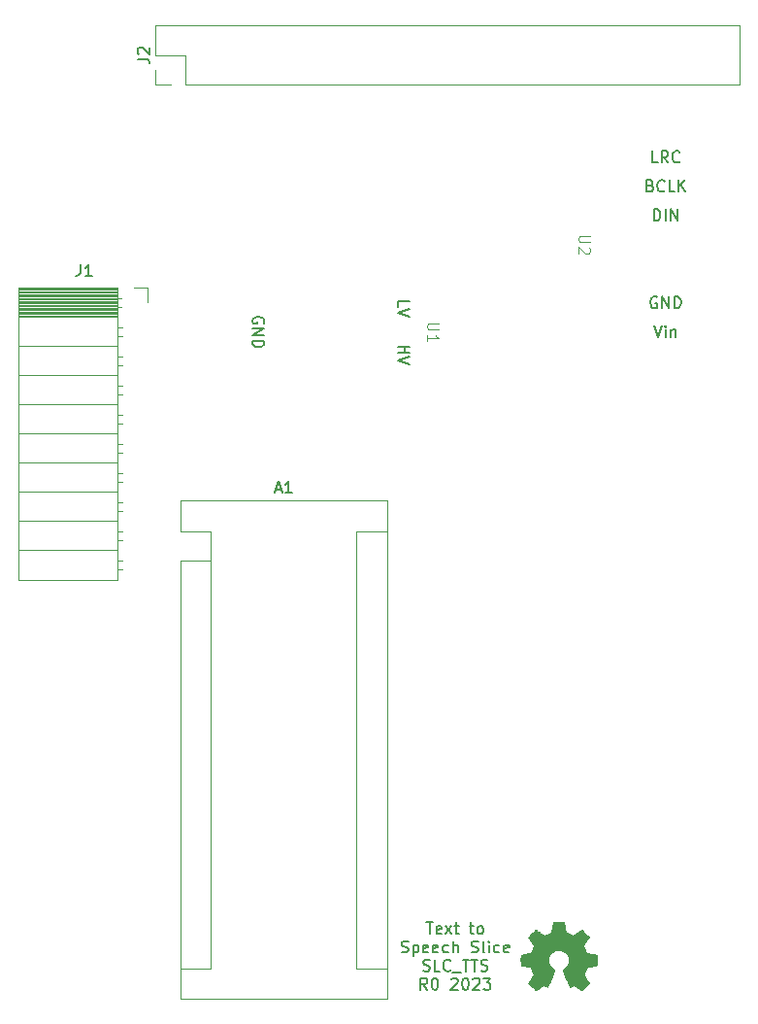
<source format=gbr>
%TF.GenerationSoftware,KiCad,Pcbnew,7.0.1*%
%TF.CreationDate,2023-03-30T15:27:08-04:00*%
%TF.ProjectId,BREAD_Slice,42524541-445f-4536-9c69-63652e6b6963,rev?*%
%TF.SameCoordinates,PX74eba40PY8552dc0*%
%TF.FileFunction,Legend,Top*%
%TF.FilePolarity,Positive*%
%FSLAX46Y46*%
G04 Gerber Fmt 4.6, Leading zero omitted, Abs format (unit mm)*
G04 Created by KiCad (PCBNEW 7.0.1) date 2023-03-30 15:27:08*
%MOMM*%
%LPD*%
G01*
G04 APERTURE LIST*
%ADD10C,0.150000*%
%ADD11C,0.100000*%
%ADD12C,0.120000*%
%ADD13C,0.010000*%
G04 APERTURE END LIST*
D10*
X52578095Y61449762D02*
X52482857Y61497381D01*
X52482857Y61497381D02*
X52340000Y61497381D01*
X52340000Y61497381D02*
X52197143Y61449762D01*
X52197143Y61449762D02*
X52101905Y61354524D01*
X52101905Y61354524D02*
X52054286Y61259286D01*
X52054286Y61259286D02*
X52006667Y61068810D01*
X52006667Y61068810D02*
X52006667Y60925953D01*
X52006667Y60925953D02*
X52054286Y60735477D01*
X52054286Y60735477D02*
X52101905Y60640239D01*
X52101905Y60640239D02*
X52197143Y60545000D01*
X52197143Y60545000D02*
X52340000Y60497381D01*
X52340000Y60497381D02*
X52435238Y60497381D01*
X52435238Y60497381D02*
X52578095Y60545000D01*
X52578095Y60545000D02*
X52625714Y60592620D01*
X52625714Y60592620D02*
X52625714Y60925953D01*
X52625714Y60925953D02*
X52435238Y60925953D01*
X53054286Y60497381D02*
X53054286Y61497381D01*
X53054286Y61497381D02*
X53625714Y60497381D01*
X53625714Y60497381D02*
X53625714Y61497381D01*
X54101905Y60497381D02*
X54101905Y61497381D01*
X54101905Y61497381D02*
X54340000Y61497381D01*
X54340000Y61497381D02*
X54482857Y61449762D01*
X54482857Y61449762D02*
X54578095Y61354524D01*
X54578095Y61354524D02*
X54625714Y61259286D01*
X54625714Y61259286D02*
X54673333Y61068810D01*
X54673333Y61068810D02*
X54673333Y60925953D01*
X54673333Y60925953D02*
X54625714Y60735477D01*
X54625714Y60735477D02*
X54578095Y60640239D01*
X54578095Y60640239D02*
X54482857Y60545000D01*
X54482857Y60545000D02*
X54340000Y60497381D01*
X54340000Y60497381D02*
X54101905Y60497381D01*
X30017380Y60634287D02*
X30017380Y61110477D01*
X30017380Y61110477D02*
X31017380Y61110477D01*
X31017380Y60443810D02*
X30017380Y60110477D01*
X30017380Y60110477D02*
X31017380Y59777144D01*
X30017380Y57158095D02*
X31017380Y57158095D01*
X30541190Y57158095D02*
X30541190Y56586667D01*
X30017380Y56586667D02*
X31017380Y56586667D01*
X31017380Y56253333D02*
X30017380Y55920000D01*
X30017380Y55920000D02*
X31017380Y55586667D01*
X52316191Y68117381D02*
X52316191Y69117381D01*
X52316191Y69117381D02*
X52554286Y69117381D01*
X52554286Y69117381D02*
X52697143Y69069762D01*
X52697143Y69069762D02*
X52792381Y68974524D01*
X52792381Y68974524D02*
X52840000Y68879286D01*
X52840000Y68879286D02*
X52887619Y68688810D01*
X52887619Y68688810D02*
X52887619Y68545953D01*
X52887619Y68545953D02*
X52840000Y68355477D01*
X52840000Y68355477D02*
X52792381Y68260239D01*
X52792381Y68260239D02*
X52697143Y68165000D01*
X52697143Y68165000D02*
X52554286Y68117381D01*
X52554286Y68117381D02*
X52316191Y68117381D01*
X53316191Y68117381D02*
X53316191Y69117381D01*
X53792381Y68117381D02*
X53792381Y69117381D01*
X53792381Y69117381D02*
X54363809Y68117381D01*
X54363809Y68117381D02*
X54363809Y69117381D01*
X52316191Y58957381D02*
X52649524Y57957381D01*
X52649524Y57957381D02*
X52982857Y58957381D01*
X53316191Y57957381D02*
X53316191Y58624048D01*
X53316191Y58957381D02*
X53268572Y58909762D01*
X53268572Y58909762D02*
X53316191Y58862143D01*
X53316191Y58862143D02*
X53363810Y58909762D01*
X53363810Y58909762D02*
X53316191Y58957381D01*
X53316191Y58957381D02*
X53316191Y58862143D01*
X53792381Y58624048D02*
X53792381Y57957381D01*
X53792381Y58528810D02*
X53840000Y58576429D01*
X53840000Y58576429D02*
X53935238Y58624048D01*
X53935238Y58624048D02*
X54078095Y58624048D01*
X54078095Y58624048D02*
X54173333Y58576429D01*
X54173333Y58576429D02*
X54220952Y58481191D01*
X54220952Y58481191D02*
X54220952Y57957381D01*
X52649523Y73197381D02*
X52173333Y73197381D01*
X52173333Y73197381D02*
X52173333Y74197381D01*
X53554285Y73197381D02*
X53220952Y73673572D01*
X52982857Y73197381D02*
X52982857Y74197381D01*
X52982857Y74197381D02*
X53363809Y74197381D01*
X53363809Y74197381D02*
X53459047Y74149762D01*
X53459047Y74149762D02*
X53506666Y74102143D01*
X53506666Y74102143D02*
X53554285Y74006905D01*
X53554285Y74006905D02*
X53554285Y73864048D01*
X53554285Y73864048D02*
X53506666Y73768810D01*
X53506666Y73768810D02*
X53459047Y73721191D01*
X53459047Y73721191D02*
X53363809Y73673572D01*
X53363809Y73673572D02*
X52982857Y73673572D01*
X54554285Y73292620D02*
X54506666Y73245000D01*
X54506666Y73245000D02*
X54363809Y73197381D01*
X54363809Y73197381D02*
X54268571Y73197381D01*
X54268571Y73197381D02*
X54125714Y73245000D01*
X54125714Y73245000D02*
X54030476Y73340239D01*
X54030476Y73340239D02*
X53982857Y73435477D01*
X53982857Y73435477D02*
X53935238Y73625953D01*
X53935238Y73625953D02*
X53935238Y73768810D01*
X53935238Y73768810D02*
X53982857Y73959286D01*
X53982857Y73959286D02*
X54030476Y74054524D01*
X54030476Y74054524D02*
X54125714Y74149762D01*
X54125714Y74149762D02*
X54268571Y74197381D01*
X54268571Y74197381D02*
X54363809Y74197381D01*
X54363809Y74197381D02*
X54506666Y74149762D01*
X54506666Y74149762D02*
X54554285Y74102143D01*
X52006666Y71181191D02*
X52149523Y71133572D01*
X52149523Y71133572D02*
X52197142Y71085953D01*
X52197142Y71085953D02*
X52244761Y70990715D01*
X52244761Y70990715D02*
X52244761Y70847858D01*
X52244761Y70847858D02*
X52197142Y70752620D01*
X52197142Y70752620D02*
X52149523Y70705000D01*
X52149523Y70705000D02*
X52054285Y70657381D01*
X52054285Y70657381D02*
X51673333Y70657381D01*
X51673333Y70657381D02*
X51673333Y71657381D01*
X51673333Y71657381D02*
X52006666Y71657381D01*
X52006666Y71657381D02*
X52101904Y71609762D01*
X52101904Y71609762D02*
X52149523Y71562143D01*
X52149523Y71562143D02*
X52197142Y71466905D01*
X52197142Y71466905D02*
X52197142Y71371667D01*
X52197142Y71371667D02*
X52149523Y71276429D01*
X52149523Y71276429D02*
X52101904Y71228810D01*
X52101904Y71228810D02*
X52006666Y71181191D01*
X52006666Y71181191D02*
X51673333Y71181191D01*
X53244761Y70752620D02*
X53197142Y70705000D01*
X53197142Y70705000D02*
X53054285Y70657381D01*
X53054285Y70657381D02*
X52959047Y70657381D01*
X52959047Y70657381D02*
X52816190Y70705000D01*
X52816190Y70705000D02*
X52720952Y70800239D01*
X52720952Y70800239D02*
X52673333Y70895477D01*
X52673333Y70895477D02*
X52625714Y71085953D01*
X52625714Y71085953D02*
X52625714Y71228810D01*
X52625714Y71228810D02*
X52673333Y71419286D01*
X52673333Y71419286D02*
X52720952Y71514524D01*
X52720952Y71514524D02*
X52816190Y71609762D01*
X52816190Y71609762D02*
X52959047Y71657381D01*
X52959047Y71657381D02*
X53054285Y71657381D01*
X53054285Y71657381D02*
X53197142Y71609762D01*
X53197142Y71609762D02*
X53244761Y71562143D01*
X54149523Y70657381D02*
X53673333Y70657381D01*
X53673333Y70657381D02*
X53673333Y71657381D01*
X54482857Y70657381D02*
X54482857Y71657381D01*
X55054285Y70657381D02*
X54625714Y71228810D01*
X55054285Y71657381D02*
X54482857Y71085953D01*
X32476189Y6967381D02*
X33047617Y6967381D01*
X32761903Y5967381D02*
X32761903Y6967381D01*
X33761903Y6015000D02*
X33666665Y5967381D01*
X33666665Y5967381D02*
X33476189Y5967381D01*
X33476189Y5967381D02*
X33380951Y6015000D01*
X33380951Y6015000D02*
X33333332Y6110239D01*
X33333332Y6110239D02*
X33333332Y6491191D01*
X33333332Y6491191D02*
X33380951Y6586429D01*
X33380951Y6586429D02*
X33476189Y6634048D01*
X33476189Y6634048D02*
X33666665Y6634048D01*
X33666665Y6634048D02*
X33761903Y6586429D01*
X33761903Y6586429D02*
X33809522Y6491191D01*
X33809522Y6491191D02*
X33809522Y6395953D01*
X33809522Y6395953D02*
X33333332Y6300715D01*
X34142856Y5967381D02*
X34666665Y6634048D01*
X34142856Y6634048D02*
X34666665Y5967381D01*
X34904761Y6634048D02*
X35285713Y6634048D01*
X35047618Y6967381D02*
X35047618Y6110239D01*
X35047618Y6110239D02*
X35095237Y6015000D01*
X35095237Y6015000D02*
X35190475Y5967381D01*
X35190475Y5967381D02*
X35285713Y5967381D01*
X36238095Y6634048D02*
X36619047Y6634048D01*
X36380952Y6967381D02*
X36380952Y6110239D01*
X36380952Y6110239D02*
X36428571Y6015000D01*
X36428571Y6015000D02*
X36523809Y5967381D01*
X36523809Y5967381D02*
X36619047Y5967381D01*
X37095238Y5967381D02*
X37000000Y6015000D01*
X37000000Y6015000D02*
X36952381Y6062620D01*
X36952381Y6062620D02*
X36904762Y6157858D01*
X36904762Y6157858D02*
X36904762Y6443572D01*
X36904762Y6443572D02*
X36952381Y6538810D01*
X36952381Y6538810D02*
X37000000Y6586429D01*
X37000000Y6586429D02*
X37095238Y6634048D01*
X37095238Y6634048D02*
X37238095Y6634048D01*
X37238095Y6634048D02*
X37333333Y6586429D01*
X37333333Y6586429D02*
X37380952Y6538810D01*
X37380952Y6538810D02*
X37428571Y6443572D01*
X37428571Y6443572D02*
X37428571Y6157858D01*
X37428571Y6157858D02*
X37380952Y6062620D01*
X37380952Y6062620D02*
X37333333Y6015000D01*
X37333333Y6015000D02*
X37238095Y5967381D01*
X37238095Y5967381D02*
X37095238Y5967381D01*
X30309522Y4395000D02*
X30452379Y4347381D01*
X30452379Y4347381D02*
X30690474Y4347381D01*
X30690474Y4347381D02*
X30785712Y4395000D01*
X30785712Y4395000D02*
X30833331Y4442620D01*
X30833331Y4442620D02*
X30880950Y4537858D01*
X30880950Y4537858D02*
X30880950Y4633096D01*
X30880950Y4633096D02*
X30833331Y4728334D01*
X30833331Y4728334D02*
X30785712Y4775953D01*
X30785712Y4775953D02*
X30690474Y4823572D01*
X30690474Y4823572D02*
X30499998Y4871191D01*
X30499998Y4871191D02*
X30404760Y4918810D01*
X30404760Y4918810D02*
X30357141Y4966429D01*
X30357141Y4966429D02*
X30309522Y5061667D01*
X30309522Y5061667D02*
X30309522Y5156905D01*
X30309522Y5156905D02*
X30357141Y5252143D01*
X30357141Y5252143D02*
X30404760Y5299762D01*
X30404760Y5299762D02*
X30499998Y5347381D01*
X30499998Y5347381D02*
X30738093Y5347381D01*
X30738093Y5347381D02*
X30880950Y5299762D01*
X31309522Y5014048D02*
X31309522Y4014048D01*
X31309522Y4966429D02*
X31404760Y5014048D01*
X31404760Y5014048D02*
X31595236Y5014048D01*
X31595236Y5014048D02*
X31690474Y4966429D01*
X31690474Y4966429D02*
X31738093Y4918810D01*
X31738093Y4918810D02*
X31785712Y4823572D01*
X31785712Y4823572D02*
X31785712Y4537858D01*
X31785712Y4537858D02*
X31738093Y4442620D01*
X31738093Y4442620D02*
X31690474Y4395000D01*
X31690474Y4395000D02*
X31595236Y4347381D01*
X31595236Y4347381D02*
X31404760Y4347381D01*
X31404760Y4347381D02*
X31309522Y4395000D01*
X32595236Y4395000D02*
X32499998Y4347381D01*
X32499998Y4347381D02*
X32309522Y4347381D01*
X32309522Y4347381D02*
X32214284Y4395000D01*
X32214284Y4395000D02*
X32166665Y4490239D01*
X32166665Y4490239D02*
X32166665Y4871191D01*
X32166665Y4871191D02*
X32214284Y4966429D01*
X32214284Y4966429D02*
X32309522Y5014048D01*
X32309522Y5014048D02*
X32499998Y5014048D01*
X32499998Y5014048D02*
X32595236Y4966429D01*
X32595236Y4966429D02*
X32642855Y4871191D01*
X32642855Y4871191D02*
X32642855Y4775953D01*
X32642855Y4775953D02*
X32166665Y4680715D01*
X33452379Y4395000D02*
X33357141Y4347381D01*
X33357141Y4347381D02*
X33166665Y4347381D01*
X33166665Y4347381D02*
X33071427Y4395000D01*
X33071427Y4395000D02*
X33023808Y4490239D01*
X33023808Y4490239D02*
X33023808Y4871191D01*
X33023808Y4871191D02*
X33071427Y4966429D01*
X33071427Y4966429D02*
X33166665Y5014048D01*
X33166665Y5014048D02*
X33357141Y5014048D01*
X33357141Y5014048D02*
X33452379Y4966429D01*
X33452379Y4966429D02*
X33499998Y4871191D01*
X33499998Y4871191D02*
X33499998Y4775953D01*
X33499998Y4775953D02*
X33023808Y4680715D01*
X34357141Y4395000D02*
X34261903Y4347381D01*
X34261903Y4347381D02*
X34071427Y4347381D01*
X34071427Y4347381D02*
X33976189Y4395000D01*
X33976189Y4395000D02*
X33928570Y4442620D01*
X33928570Y4442620D02*
X33880951Y4537858D01*
X33880951Y4537858D02*
X33880951Y4823572D01*
X33880951Y4823572D02*
X33928570Y4918810D01*
X33928570Y4918810D02*
X33976189Y4966429D01*
X33976189Y4966429D02*
X34071427Y5014048D01*
X34071427Y5014048D02*
X34261903Y5014048D01*
X34261903Y5014048D02*
X34357141Y4966429D01*
X34785713Y4347381D02*
X34785713Y5347381D01*
X35214284Y4347381D02*
X35214284Y4871191D01*
X35214284Y4871191D02*
X35166665Y4966429D01*
X35166665Y4966429D02*
X35071427Y5014048D01*
X35071427Y5014048D02*
X34928570Y5014048D01*
X34928570Y5014048D02*
X34833332Y4966429D01*
X34833332Y4966429D02*
X34785713Y4918810D01*
X36404761Y4395000D02*
X36547618Y4347381D01*
X36547618Y4347381D02*
X36785713Y4347381D01*
X36785713Y4347381D02*
X36880951Y4395000D01*
X36880951Y4395000D02*
X36928570Y4442620D01*
X36928570Y4442620D02*
X36976189Y4537858D01*
X36976189Y4537858D02*
X36976189Y4633096D01*
X36976189Y4633096D02*
X36928570Y4728334D01*
X36928570Y4728334D02*
X36880951Y4775953D01*
X36880951Y4775953D02*
X36785713Y4823572D01*
X36785713Y4823572D02*
X36595237Y4871191D01*
X36595237Y4871191D02*
X36499999Y4918810D01*
X36499999Y4918810D02*
X36452380Y4966429D01*
X36452380Y4966429D02*
X36404761Y5061667D01*
X36404761Y5061667D02*
X36404761Y5156905D01*
X36404761Y5156905D02*
X36452380Y5252143D01*
X36452380Y5252143D02*
X36499999Y5299762D01*
X36499999Y5299762D02*
X36595237Y5347381D01*
X36595237Y5347381D02*
X36833332Y5347381D01*
X36833332Y5347381D02*
X36976189Y5299762D01*
X37547618Y4347381D02*
X37452380Y4395000D01*
X37452380Y4395000D02*
X37404761Y4490239D01*
X37404761Y4490239D02*
X37404761Y5347381D01*
X37928571Y4347381D02*
X37928571Y5014048D01*
X37928571Y5347381D02*
X37880952Y5299762D01*
X37880952Y5299762D02*
X37928571Y5252143D01*
X37928571Y5252143D02*
X37976190Y5299762D01*
X37976190Y5299762D02*
X37928571Y5347381D01*
X37928571Y5347381D02*
X37928571Y5252143D01*
X38833332Y4395000D02*
X38738094Y4347381D01*
X38738094Y4347381D02*
X38547618Y4347381D01*
X38547618Y4347381D02*
X38452380Y4395000D01*
X38452380Y4395000D02*
X38404761Y4442620D01*
X38404761Y4442620D02*
X38357142Y4537858D01*
X38357142Y4537858D02*
X38357142Y4823572D01*
X38357142Y4823572D02*
X38404761Y4918810D01*
X38404761Y4918810D02*
X38452380Y4966429D01*
X38452380Y4966429D02*
X38547618Y5014048D01*
X38547618Y5014048D02*
X38738094Y5014048D01*
X38738094Y5014048D02*
X38833332Y4966429D01*
X39642856Y4395000D02*
X39547618Y4347381D01*
X39547618Y4347381D02*
X39357142Y4347381D01*
X39357142Y4347381D02*
X39261904Y4395000D01*
X39261904Y4395000D02*
X39214285Y4490239D01*
X39214285Y4490239D02*
X39214285Y4871191D01*
X39214285Y4871191D02*
X39261904Y4966429D01*
X39261904Y4966429D02*
X39357142Y5014048D01*
X39357142Y5014048D02*
X39547618Y5014048D01*
X39547618Y5014048D02*
X39642856Y4966429D01*
X39642856Y4966429D02*
X39690475Y4871191D01*
X39690475Y4871191D02*
X39690475Y4775953D01*
X39690475Y4775953D02*
X39214285Y4680715D01*
X32190475Y2775000D02*
X32333332Y2727381D01*
X32333332Y2727381D02*
X32571427Y2727381D01*
X32571427Y2727381D02*
X32666665Y2775000D01*
X32666665Y2775000D02*
X32714284Y2822620D01*
X32714284Y2822620D02*
X32761903Y2917858D01*
X32761903Y2917858D02*
X32761903Y3013096D01*
X32761903Y3013096D02*
X32714284Y3108334D01*
X32714284Y3108334D02*
X32666665Y3155953D01*
X32666665Y3155953D02*
X32571427Y3203572D01*
X32571427Y3203572D02*
X32380951Y3251191D01*
X32380951Y3251191D02*
X32285713Y3298810D01*
X32285713Y3298810D02*
X32238094Y3346429D01*
X32238094Y3346429D02*
X32190475Y3441667D01*
X32190475Y3441667D02*
X32190475Y3536905D01*
X32190475Y3536905D02*
X32238094Y3632143D01*
X32238094Y3632143D02*
X32285713Y3679762D01*
X32285713Y3679762D02*
X32380951Y3727381D01*
X32380951Y3727381D02*
X32619046Y3727381D01*
X32619046Y3727381D02*
X32761903Y3679762D01*
X33666665Y2727381D02*
X33190475Y2727381D01*
X33190475Y2727381D02*
X33190475Y3727381D01*
X34571427Y2822620D02*
X34523808Y2775000D01*
X34523808Y2775000D02*
X34380951Y2727381D01*
X34380951Y2727381D02*
X34285713Y2727381D01*
X34285713Y2727381D02*
X34142856Y2775000D01*
X34142856Y2775000D02*
X34047618Y2870239D01*
X34047618Y2870239D02*
X33999999Y2965477D01*
X33999999Y2965477D02*
X33952380Y3155953D01*
X33952380Y3155953D02*
X33952380Y3298810D01*
X33952380Y3298810D02*
X33999999Y3489286D01*
X33999999Y3489286D02*
X34047618Y3584524D01*
X34047618Y3584524D02*
X34142856Y3679762D01*
X34142856Y3679762D02*
X34285713Y3727381D01*
X34285713Y3727381D02*
X34380951Y3727381D01*
X34380951Y3727381D02*
X34523808Y3679762D01*
X34523808Y3679762D02*
X34571427Y3632143D01*
X34761904Y2632143D02*
X35523808Y2632143D01*
X35619047Y3727381D02*
X36190475Y3727381D01*
X35904761Y2727381D02*
X35904761Y3727381D01*
X36380952Y3727381D02*
X36952380Y3727381D01*
X36666666Y2727381D02*
X36666666Y3727381D01*
X37238095Y2775000D02*
X37380952Y2727381D01*
X37380952Y2727381D02*
X37619047Y2727381D01*
X37619047Y2727381D02*
X37714285Y2775000D01*
X37714285Y2775000D02*
X37761904Y2822620D01*
X37761904Y2822620D02*
X37809523Y2917858D01*
X37809523Y2917858D02*
X37809523Y3013096D01*
X37809523Y3013096D02*
X37761904Y3108334D01*
X37761904Y3108334D02*
X37714285Y3155953D01*
X37714285Y3155953D02*
X37619047Y3203572D01*
X37619047Y3203572D02*
X37428571Y3251191D01*
X37428571Y3251191D02*
X37333333Y3298810D01*
X37333333Y3298810D02*
X37285714Y3346429D01*
X37285714Y3346429D02*
X37238095Y3441667D01*
X37238095Y3441667D02*
X37238095Y3536905D01*
X37238095Y3536905D02*
X37285714Y3632143D01*
X37285714Y3632143D02*
X37333333Y3679762D01*
X37333333Y3679762D02*
X37428571Y3727381D01*
X37428571Y3727381D02*
X37666666Y3727381D01*
X37666666Y3727381D02*
X37809523Y3679762D01*
X32547617Y1107381D02*
X32214284Y1583572D01*
X31976189Y1107381D02*
X31976189Y2107381D01*
X31976189Y2107381D02*
X32357141Y2107381D01*
X32357141Y2107381D02*
X32452379Y2059762D01*
X32452379Y2059762D02*
X32499998Y2012143D01*
X32499998Y2012143D02*
X32547617Y1916905D01*
X32547617Y1916905D02*
X32547617Y1774048D01*
X32547617Y1774048D02*
X32499998Y1678810D01*
X32499998Y1678810D02*
X32452379Y1631191D01*
X32452379Y1631191D02*
X32357141Y1583572D01*
X32357141Y1583572D02*
X31976189Y1583572D01*
X33166665Y2107381D02*
X33261903Y2107381D01*
X33261903Y2107381D02*
X33357141Y2059762D01*
X33357141Y2059762D02*
X33404760Y2012143D01*
X33404760Y2012143D02*
X33452379Y1916905D01*
X33452379Y1916905D02*
X33499998Y1726429D01*
X33499998Y1726429D02*
X33499998Y1488334D01*
X33499998Y1488334D02*
X33452379Y1297858D01*
X33452379Y1297858D02*
X33404760Y1202620D01*
X33404760Y1202620D02*
X33357141Y1155000D01*
X33357141Y1155000D02*
X33261903Y1107381D01*
X33261903Y1107381D02*
X33166665Y1107381D01*
X33166665Y1107381D02*
X33071427Y1155000D01*
X33071427Y1155000D02*
X33023808Y1202620D01*
X33023808Y1202620D02*
X32976189Y1297858D01*
X32976189Y1297858D02*
X32928570Y1488334D01*
X32928570Y1488334D02*
X32928570Y1726429D01*
X32928570Y1726429D02*
X32976189Y1916905D01*
X32976189Y1916905D02*
X33023808Y2012143D01*
X33023808Y2012143D02*
X33071427Y2059762D01*
X33071427Y2059762D02*
X33166665Y2107381D01*
X34642856Y2012143D02*
X34690475Y2059762D01*
X34690475Y2059762D02*
X34785713Y2107381D01*
X34785713Y2107381D02*
X35023808Y2107381D01*
X35023808Y2107381D02*
X35119046Y2059762D01*
X35119046Y2059762D02*
X35166665Y2012143D01*
X35166665Y2012143D02*
X35214284Y1916905D01*
X35214284Y1916905D02*
X35214284Y1821667D01*
X35214284Y1821667D02*
X35166665Y1678810D01*
X35166665Y1678810D02*
X34595237Y1107381D01*
X34595237Y1107381D02*
X35214284Y1107381D01*
X35833332Y2107381D02*
X35928570Y2107381D01*
X35928570Y2107381D02*
X36023808Y2059762D01*
X36023808Y2059762D02*
X36071427Y2012143D01*
X36071427Y2012143D02*
X36119046Y1916905D01*
X36119046Y1916905D02*
X36166665Y1726429D01*
X36166665Y1726429D02*
X36166665Y1488334D01*
X36166665Y1488334D02*
X36119046Y1297858D01*
X36119046Y1297858D02*
X36071427Y1202620D01*
X36071427Y1202620D02*
X36023808Y1155000D01*
X36023808Y1155000D02*
X35928570Y1107381D01*
X35928570Y1107381D02*
X35833332Y1107381D01*
X35833332Y1107381D02*
X35738094Y1155000D01*
X35738094Y1155000D02*
X35690475Y1202620D01*
X35690475Y1202620D02*
X35642856Y1297858D01*
X35642856Y1297858D02*
X35595237Y1488334D01*
X35595237Y1488334D02*
X35595237Y1726429D01*
X35595237Y1726429D02*
X35642856Y1916905D01*
X35642856Y1916905D02*
X35690475Y2012143D01*
X35690475Y2012143D02*
X35738094Y2059762D01*
X35738094Y2059762D02*
X35833332Y2107381D01*
X36547618Y2012143D02*
X36595237Y2059762D01*
X36595237Y2059762D02*
X36690475Y2107381D01*
X36690475Y2107381D02*
X36928570Y2107381D01*
X36928570Y2107381D02*
X37023808Y2059762D01*
X37023808Y2059762D02*
X37071427Y2012143D01*
X37071427Y2012143D02*
X37119046Y1916905D01*
X37119046Y1916905D02*
X37119046Y1821667D01*
X37119046Y1821667D02*
X37071427Y1678810D01*
X37071427Y1678810D02*
X36499999Y1107381D01*
X36499999Y1107381D02*
X37119046Y1107381D01*
X37452380Y2107381D02*
X38071427Y2107381D01*
X38071427Y2107381D02*
X37738094Y1726429D01*
X37738094Y1726429D02*
X37880951Y1726429D01*
X37880951Y1726429D02*
X37976189Y1678810D01*
X37976189Y1678810D02*
X38023808Y1631191D01*
X38023808Y1631191D02*
X38071427Y1535953D01*
X38071427Y1535953D02*
X38071427Y1297858D01*
X38071427Y1297858D02*
X38023808Y1202620D01*
X38023808Y1202620D02*
X37976189Y1155000D01*
X37976189Y1155000D02*
X37880951Y1107381D01*
X37880951Y1107381D02*
X37595237Y1107381D01*
X37595237Y1107381D02*
X37499999Y1155000D01*
X37499999Y1155000D02*
X37452380Y1202620D01*
X18269761Y59181905D02*
X18317380Y59277143D01*
X18317380Y59277143D02*
X18317380Y59420000D01*
X18317380Y59420000D02*
X18269761Y59562857D01*
X18269761Y59562857D02*
X18174523Y59658095D01*
X18174523Y59658095D02*
X18079285Y59705714D01*
X18079285Y59705714D02*
X17888809Y59753333D01*
X17888809Y59753333D02*
X17745952Y59753333D01*
X17745952Y59753333D02*
X17555476Y59705714D01*
X17555476Y59705714D02*
X17460238Y59658095D01*
X17460238Y59658095D02*
X17365000Y59562857D01*
X17365000Y59562857D02*
X17317380Y59420000D01*
X17317380Y59420000D02*
X17317380Y59324762D01*
X17317380Y59324762D02*
X17365000Y59181905D01*
X17365000Y59181905D02*
X17412619Y59134286D01*
X17412619Y59134286D02*
X17745952Y59134286D01*
X17745952Y59134286D02*
X17745952Y59324762D01*
X17317380Y58705714D02*
X18317380Y58705714D01*
X18317380Y58705714D02*
X17317380Y58134286D01*
X17317380Y58134286D02*
X18317380Y58134286D01*
X17317380Y57658095D02*
X18317380Y57658095D01*
X18317380Y57658095D02*
X18317380Y57420000D01*
X18317380Y57420000D02*
X18269761Y57277143D01*
X18269761Y57277143D02*
X18174523Y57181905D01*
X18174523Y57181905D02*
X18079285Y57134286D01*
X18079285Y57134286D02*
X17888809Y57086667D01*
X17888809Y57086667D02*
X17745952Y57086667D01*
X17745952Y57086667D02*
X17555476Y57134286D01*
X17555476Y57134286D02*
X17460238Y57181905D01*
X17460238Y57181905D02*
X17365000Y57277143D01*
X17365000Y57277143D02*
X17317380Y57420000D01*
X17317380Y57420000D02*
X17317380Y57658095D01*
%TO.C,A1*%
X19305714Y44703096D02*
X19781904Y44703096D01*
X19210476Y44417381D02*
X19543809Y45417381D01*
X19543809Y45417381D02*
X19877142Y44417381D01*
X20734285Y44417381D02*
X20162857Y44417381D01*
X20448571Y44417381D02*
X20448571Y45417381D01*
X20448571Y45417381D02*
X20353333Y45274524D01*
X20353333Y45274524D02*
X20258095Y45179286D01*
X20258095Y45179286D02*
X20162857Y45131667D01*
%TO.C,J1*%
X2286666Y64307381D02*
X2286666Y63593096D01*
X2286666Y63593096D02*
X2239047Y63450239D01*
X2239047Y63450239D02*
X2143809Y63355000D01*
X2143809Y63355000D02*
X2000952Y63307381D01*
X2000952Y63307381D02*
X1905714Y63307381D01*
X3286666Y63307381D02*
X2715238Y63307381D01*
X3000952Y63307381D02*
X3000952Y64307381D01*
X3000952Y64307381D02*
X2905714Y64164524D01*
X2905714Y64164524D02*
X2810476Y64069286D01*
X2810476Y64069286D02*
X2715238Y64021667D01*
D11*
%TO.C,U1*%
X33557380Y59181905D02*
X32747857Y59181905D01*
X32747857Y59181905D02*
X32652619Y59134286D01*
X32652619Y59134286D02*
X32605000Y59086667D01*
X32605000Y59086667D02*
X32557380Y58991429D01*
X32557380Y58991429D02*
X32557380Y58800953D01*
X32557380Y58800953D02*
X32605000Y58705715D01*
X32605000Y58705715D02*
X32652619Y58658096D01*
X32652619Y58658096D02*
X32747857Y58610477D01*
X32747857Y58610477D02*
X33557380Y58610477D01*
X32557380Y57610477D02*
X32557380Y58181905D01*
X32557380Y57896191D02*
X33557380Y57896191D01*
X33557380Y57896191D02*
X33414523Y57991429D01*
X33414523Y57991429D02*
X33319285Y58086667D01*
X33319285Y58086667D02*
X33271666Y58181905D01*
%TO.C,U2*%
X46757380Y66801905D02*
X45947857Y66801905D01*
X45947857Y66801905D02*
X45852619Y66754286D01*
X45852619Y66754286D02*
X45805000Y66706667D01*
X45805000Y66706667D02*
X45757380Y66611429D01*
X45757380Y66611429D02*
X45757380Y66420953D01*
X45757380Y66420953D02*
X45805000Y66325715D01*
X45805000Y66325715D02*
X45852619Y66278096D01*
X45852619Y66278096D02*
X45947857Y66230477D01*
X45947857Y66230477D02*
X46757380Y66230477D01*
X46662142Y65801905D02*
X46709761Y65754286D01*
X46709761Y65754286D02*
X46757380Y65659048D01*
X46757380Y65659048D02*
X46757380Y65420953D01*
X46757380Y65420953D02*
X46709761Y65325715D01*
X46709761Y65325715D02*
X46662142Y65278096D01*
X46662142Y65278096D02*
X46566904Y65230477D01*
X46566904Y65230477D02*
X46471666Y65230477D01*
X46471666Y65230477D02*
X46328809Y65278096D01*
X46328809Y65278096D02*
X45757380Y65849524D01*
X45757380Y65849524D02*
X45757380Y65230477D01*
D10*
%TO.C,J2*%
X7292619Y82216667D02*
X8006904Y82216667D01*
X8006904Y82216667D02*
X8149761Y82169048D01*
X8149761Y82169048D02*
X8245000Y82073810D01*
X8245000Y82073810D02*
X8292619Y81930953D01*
X8292619Y81930953D02*
X8292619Y81835715D01*
X7387857Y82645239D02*
X7340238Y82692858D01*
X7340238Y82692858D02*
X7292619Y82788096D01*
X7292619Y82788096D02*
X7292619Y83026191D01*
X7292619Y83026191D02*
X7340238Y83121429D01*
X7340238Y83121429D02*
X7387857Y83169048D01*
X7387857Y83169048D02*
X7483095Y83216667D01*
X7483095Y83216667D02*
X7578333Y83216667D01*
X7578333Y83216667D02*
X7721190Y83169048D01*
X7721190Y83169048D02*
X8292619Y82597620D01*
X8292619Y82597620D02*
X8292619Y83216667D01*
D12*
%TO.C,A1*%
X11000000Y43740000D02*
X11000000Y41070000D01*
X11000000Y38530000D02*
X11000000Y300000D01*
X11000000Y300000D02*
X29040000Y300000D01*
X13670000Y41070000D02*
X11000000Y41070000D01*
X13670000Y38530000D02*
X11000000Y38530000D01*
X13670000Y38530000D02*
X13670000Y41070000D01*
X13670000Y38530000D02*
X13670000Y2970000D01*
X13670000Y2970000D02*
X11000000Y2970000D01*
X26370000Y41070000D02*
X26370000Y2970000D01*
X26370000Y41070000D02*
X29040000Y41070000D01*
X26370000Y2970000D02*
X29040000Y2970000D01*
X29040000Y43740000D02*
X11000000Y43740000D01*
X29040000Y300000D02*
X29040000Y43740000D01*
%TO.C,J1*%
X-3090000Y62330000D02*
X-3090000Y36810000D01*
X-3090000Y62330000D02*
X5540000Y62330000D01*
X-3090000Y62210000D02*
X5540000Y62210000D01*
X-3090000Y62091905D02*
X5540000Y62091905D01*
X-3090000Y61973810D02*
X5540000Y61973810D01*
X-3090000Y61855715D02*
X5540000Y61855715D01*
X-3090000Y61737620D02*
X5540000Y61737620D01*
X-3090000Y61619525D02*
X5540000Y61619525D01*
X-3090000Y61501430D02*
X5540000Y61501430D01*
X-3090000Y61383335D02*
X5540000Y61383335D01*
X-3090000Y61265240D02*
X5540000Y61265240D01*
X-3090000Y61147145D02*
X5540000Y61147145D01*
X-3090000Y61029050D02*
X5540000Y61029050D01*
X-3090000Y60910955D02*
X5540000Y60910955D01*
X-3090000Y60792860D02*
X5540000Y60792860D01*
X-3090000Y60674765D02*
X5540000Y60674765D01*
X-3090000Y60556670D02*
X5540000Y60556670D01*
X-3090000Y60438575D02*
X5540000Y60438575D01*
X-3090000Y60320480D02*
X5540000Y60320480D01*
X-3090000Y60202385D02*
X5540000Y60202385D01*
X-3090000Y60084290D02*
X5540000Y60084290D01*
X-3090000Y59966195D02*
X5540000Y59966195D01*
X-3090000Y59848100D02*
X5540000Y59848100D01*
X-3090000Y59730000D02*
X5540000Y59730000D01*
X-3090000Y57190000D02*
X5540000Y57190000D01*
X-3090000Y54650000D02*
X5540000Y54650000D01*
X-3090000Y52110000D02*
X5540000Y52110000D01*
X-3090000Y49570000D02*
X5540000Y49570000D01*
X-3090000Y47030000D02*
X5540000Y47030000D01*
X-3090000Y44490000D02*
X5540000Y44490000D01*
X-3090000Y41950000D02*
X5540000Y41950000D01*
X-3090000Y39410000D02*
X5540000Y39410000D01*
X-3090000Y36810000D02*
X5540000Y36810000D01*
X5540000Y62330000D02*
X5540000Y36810000D01*
X5540000Y61360000D02*
X5890000Y61360000D01*
X5540000Y60640000D02*
X5890000Y60640000D01*
X5540000Y58820000D02*
X5950000Y58820000D01*
X5540000Y58100000D02*
X5950000Y58100000D01*
X5540000Y56280000D02*
X5950000Y56280000D01*
X5540000Y55560000D02*
X5950000Y55560000D01*
X5540000Y53740000D02*
X5950000Y53740000D01*
X5540000Y53020000D02*
X5950000Y53020000D01*
X5540000Y51200000D02*
X5950000Y51200000D01*
X5540000Y50480000D02*
X5950000Y50480000D01*
X5540000Y48660000D02*
X5950000Y48660000D01*
X5540000Y47940000D02*
X5950000Y47940000D01*
X5540000Y46120000D02*
X5950000Y46120000D01*
X5540000Y45400000D02*
X5950000Y45400000D01*
X5540000Y43580000D02*
X5950000Y43580000D01*
X5540000Y42860000D02*
X5950000Y42860000D01*
X5540000Y41040000D02*
X5950000Y41040000D01*
X5540000Y40320000D02*
X5950000Y40320000D01*
X5540000Y38500000D02*
X5950000Y38500000D01*
X5540000Y37780000D02*
X5950000Y37780000D01*
X7000000Y62330000D02*
X8110000Y62330000D01*
X8110000Y62330000D02*
X8110000Y61000000D01*
%TO.C,Logo1*%
D13*
X44555814Y6531069D02*
X44639635Y6086445D01*
X44948920Y5958947D01*
X45258206Y5831449D01*
X45629246Y6083754D01*
X45733157Y6154004D01*
X45827087Y6216728D01*
X45906652Y6269062D01*
X45967470Y6308143D01*
X46005157Y6331107D01*
X46015421Y6336058D01*
X46033910Y6323324D01*
X46073420Y6288118D01*
X46129522Y6234938D01*
X46197787Y6168282D01*
X46273786Y6092646D01*
X46353092Y6012528D01*
X46431275Y5932426D01*
X46503907Y5856836D01*
X46566559Y5790255D01*
X46614803Y5737182D01*
X46644210Y5702113D01*
X46651241Y5690377D01*
X46641123Y5668740D01*
X46612759Y5621338D01*
X46569129Y5552807D01*
X46513218Y5467785D01*
X46448006Y5370907D01*
X46410219Y5315650D01*
X46341343Y5214752D01*
X46280140Y5123701D01*
X46229578Y5047030D01*
X46192628Y4989272D01*
X46172258Y4954957D01*
X46169197Y4947746D01*
X46176136Y4927252D01*
X46195051Y4879487D01*
X46223087Y4811168D01*
X46257391Y4729011D01*
X46295109Y4639730D01*
X46333387Y4550042D01*
X46369370Y4466662D01*
X46400206Y4396306D01*
X46423039Y4345690D01*
X46435017Y4321529D01*
X46435724Y4320578D01*
X46454531Y4315964D01*
X46504618Y4305672D01*
X46580793Y4290713D01*
X46677865Y4272099D01*
X46790643Y4250841D01*
X46856442Y4238582D01*
X46976950Y4215638D01*
X47085797Y4193805D01*
X47177476Y4174278D01*
X47246481Y4158252D01*
X47287304Y4146921D01*
X47295511Y4143326D01*
X47303548Y4118994D01*
X47310033Y4064041D01*
X47314970Y3984892D01*
X47318364Y3887974D01*
X47320218Y3779713D01*
X47320538Y3666535D01*
X47319327Y3554865D01*
X47316590Y3451132D01*
X47312331Y3361759D01*
X47306555Y3293174D01*
X47299267Y3251803D01*
X47294895Y3243190D01*
X47268764Y3232867D01*
X47213393Y3218108D01*
X47136107Y3200648D01*
X47044230Y3182220D01*
X47012158Y3176259D01*
X46857524Y3147934D01*
X46735375Y3125124D01*
X46641673Y3106920D01*
X46572384Y3092417D01*
X46523471Y3080708D01*
X46490897Y3070885D01*
X46470628Y3062044D01*
X46458626Y3053276D01*
X46456947Y3051543D01*
X46440184Y3023629D01*
X46414614Y2969305D01*
X46382788Y2895223D01*
X46347260Y2808035D01*
X46310583Y2714392D01*
X46275311Y2620948D01*
X46243996Y2534353D01*
X46219193Y2461260D01*
X46203454Y2408322D01*
X46199332Y2382189D01*
X46199676Y2381274D01*
X46213641Y2359914D01*
X46245322Y2312916D01*
X46291391Y2245173D01*
X46348518Y2161577D01*
X46413373Y2067018D01*
X46431843Y2040146D01*
X46497699Y1942725D01*
X46555650Y1853837D01*
X46602538Y1778588D01*
X46635207Y1722080D01*
X46650500Y1689419D01*
X46651241Y1685407D01*
X46638392Y1664316D01*
X46602888Y1622536D01*
X46549293Y1564555D01*
X46482171Y1494865D01*
X46406087Y1417955D01*
X46325604Y1338317D01*
X46245287Y1260439D01*
X46169699Y1188814D01*
X46103405Y1127930D01*
X46050969Y1082279D01*
X46016955Y1056350D01*
X46007545Y1052117D01*
X45985643Y1062088D01*
X45940800Y1088980D01*
X45880321Y1128264D01*
X45833789Y1159883D01*
X45749475Y1217902D01*
X45649626Y1286216D01*
X45549473Y1354421D01*
X45495627Y1390925D01*
X45313371Y1514200D01*
X45160381Y1431480D01*
X45090682Y1395241D01*
X45031414Y1367074D01*
X44991311Y1351009D01*
X44981103Y1348774D01*
X44968829Y1365278D01*
X44944613Y1411918D01*
X44910263Y1484391D01*
X44867588Y1578394D01*
X44818394Y1689626D01*
X44764490Y1813785D01*
X44707684Y1946568D01*
X44649782Y2083673D01*
X44592593Y2220798D01*
X44537924Y2353642D01*
X44487584Y2477902D01*
X44443380Y2589275D01*
X44407119Y2683461D01*
X44380609Y2756156D01*
X44365658Y2803059D01*
X44363254Y2819167D01*
X44382311Y2839714D01*
X44424036Y2873067D01*
X44479706Y2912298D01*
X44484378Y2915401D01*
X44628264Y3030577D01*
X44744283Y3164947D01*
X44831430Y3314216D01*
X44888699Y3474087D01*
X44915086Y3640263D01*
X44909585Y3808448D01*
X44871190Y3974345D01*
X44798895Y4133658D01*
X44777626Y4168513D01*
X44666996Y4309263D01*
X44536302Y4422286D01*
X44390064Y4506997D01*
X44232808Y4562806D01*
X44069057Y4589126D01*
X43903333Y4585370D01*
X43740162Y4550950D01*
X43584065Y4485277D01*
X43439567Y4387765D01*
X43394869Y4348187D01*
X43281112Y4224297D01*
X43198218Y4093876D01*
X43141356Y3947685D01*
X43109687Y3802912D01*
X43101869Y3640140D01*
X43127938Y3476560D01*
X43185245Y3317702D01*
X43271144Y3169094D01*
X43382986Y3036265D01*
X43518123Y2924744D01*
X43535883Y2912989D01*
X43592150Y2874492D01*
X43634923Y2841137D01*
X43655372Y2819840D01*
X43655669Y2819167D01*
X43651279Y2796129D01*
X43633876Y2743843D01*
X43605268Y2666610D01*
X43567265Y2568732D01*
X43521674Y2454509D01*
X43470303Y2328242D01*
X43414962Y2194233D01*
X43357458Y2056782D01*
X43299601Y1920192D01*
X43243198Y1788763D01*
X43190058Y1666795D01*
X43141990Y1558591D01*
X43100801Y1468451D01*
X43068301Y1400677D01*
X43046297Y1359570D01*
X43037436Y1348774D01*
X43010360Y1357181D01*
X42959697Y1379728D01*
X42894183Y1412387D01*
X42858159Y1431480D01*
X42705168Y1514200D01*
X42522912Y1390925D01*
X42429875Y1327772D01*
X42328015Y1258273D01*
X42232562Y1192835D01*
X42184750Y1159883D01*
X42117505Y1114727D01*
X42060564Y1078943D01*
X42021354Y1057062D01*
X42008619Y1052437D01*
X41990083Y1064915D01*
X41949059Y1099748D01*
X41889525Y1153322D01*
X41815458Y1222017D01*
X41730835Y1302219D01*
X41677315Y1353714D01*
X41583681Y1445714D01*
X41502759Y1528001D01*
X41437823Y1597055D01*
X41392142Y1649356D01*
X41368989Y1681384D01*
X41366768Y1687884D01*
X41377076Y1712606D01*
X41405561Y1762595D01*
X41449063Y1832788D01*
X41504423Y1918125D01*
X41568480Y2013544D01*
X41586697Y2040146D01*
X41653073Y2136833D01*
X41712622Y2223883D01*
X41762016Y2296405D01*
X41797925Y2349507D01*
X41817019Y2378297D01*
X41818864Y2381274D01*
X41816105Y2404218D01*
X41801462Y2454664D01*
X41777487Y2525959D01*
X41746734Y2611453D01*
X41711756Y2704493D01*
X41675107Y2798426D01*
X41639339Y2886601D01*
X41607006Y2962366D01*
X41580662Y3019069D01*
X41562858Y3050057D01*
X41561593Y3051543D01*
X41550706Y3060399D01*
X41532318Y3069157D01*
X41502394Y3078723D01*
X41456897Y3090004D01*
X41391791Y3103907D01*
X41303039Y3121337D01*
X41186607Y3143202D01*
X41038458Y3170409D01*
X41006382Y3176259D01*
X40911314Y3194626D01*
X40828435Y3212595D01*
X40765070Y3228431D01*
X40728542Y3240400D01*
X40723644Y3243190D01*
X40715573Y3267928D01*
X40709013Y3323210D01*
X40703967Y3402611D01*
X40700441Y3499704D01*
X40698439Y3608062D01*
X40697964Y3721260D01*
X40699023Y3832872D01*
X40701618Y3936471D01*
X40705754Y4025632D01*
X40711437Y4093928D01*
X40718669Y4134934D01*
X40723029Y4143326D01*
X40747302Y4151792D01*
X40802574Y4165565D01*
X40883338Y4183450D01*
X40984088Y4204252D01*
X41099317Y4226777D01*
X41162098Y4238582D01*
X41281213Y4260849D01*
X41387435Y4281021D01*
X41475573Y4298085D01*
X41540434Y4311031D01*
X41576826Y4318845D01*
X41582816Y4320578D01*
X41592939Y4340110D01*
X41614338Y4387157D01*
X41644161Y4454997D01*
X41679555Y4536909D01*
X41717668Y4626172D01*
X41755647Y4716065D01*
X41790640Y4799865D01*
X41819794Y4870853D01*
X41840257Y4922306D01*
X41849177Y4947503D01*
X41849343Y4948604D01*
X41839231Y4968481D01*
X41810883Y5014223D01*
X41767277Y5081283D01*
X41711394Y5165116D01*
X41646213Y5261174D01*
X41608321Y5316350D01*
X41539275Y5417519D01*
X41477950Y5509370D01*
X41427337Y5587256D01*
X41390429Y5646531D01*
X41370218Y5682549D01*
X41367299Y5690623D01*
X41379847Y5709416D01*
X41414537Y5749543D01*
X41466937Y5806507D01*
X41532616Y5875815D01*
X41607144Y5952969D01*
X41686087Y6033475D01*
X41765017Y6112837D01*
X41839500Y6186560D01*
X41905106Y6250148D01*
X41957404Y6299106D01*
X41991961Y6328939D01*
X42003522Y6336058D01*
X42022346Y6326047D01*
X42067369Y6297922D01*
X42134213Y6254546D01*
X42218501Y6198782D01*
X42315856Y6133494D01*
X42389293Y6083754D01*
X42760333Y5831449D01*
X43378905Y6086445D01*
X43462725Y6531069D01*
X43546546Y6975693D01*
X44471994Y6975693D01*
X44555814Y6531069D01*
G36*
X44555814Y6531069D02*
G01*
X44639635Y6086445D01*
X44948920Y5958947D01*
X45258206Y5831449D01*
X45629246Y6083754D01*
X45733157Y6154004D01*
X45827087Y6216728D01*
X45906652Y6269062D01*
X45967470Y6308143D01*
X46005157Y6331107D01*
X46015421Y6336058D01*
X46033910Y6323324D01*
X46073420Y6288118D01*
X46129522Y6234938D01*
X46197787Y6168282D01*
X46273786Y6092646D01*
X46353092Y6012528D01*
X46431275Y5932426D01*
X46503907Y5856836D01*
X46566559Y5790255D01*
X46614803Y5737182D01*
X46644210Y5702113D01*
X46651241Y5690377D01*
X46641123Y5668740D01*
X46612759Y5621338D01*
X46569129Y5552807D01*
X46513218Y5467785D01*
X46448006Y5370907D01*
X46410219Y5315650D01*
X46341343Y5214752D01*
X46280140Y5123701D01*
X46229578Y5047030D01*
X46192628Y4989272D01*
X46172258Y4954957D01*
X46169197Y4947746D01*
X46176136Y4927252D01*
X46195051Y4879487D01*
X46223087Y4811168D01*
X46257391Y4729011D01*
X46295109Y4639730D01*
X46333387Y4550042D01*
X46369370Y4466662D01*
X46400206Y4396306D01*
X46423039Y4345690D01*
X46435017Y4321529D01*
X46435724Y4320578D01*
X46454531Y4315964D01*
X46504618Y4305672D01*
X46580793Y4290713D01*
X46677865Y4272099D01*
X46790643Y4250841D01*
X46856442Y4238582D01*
X46976950Y4215638D01*
X47085797Y4193805D01*
X47177476Y4174278D01*
X47246481Y4158252D01*
X47287304Y4146921D01*
X47295511Y4143326D01*
X47303548Y4118994D01*
X47310033Y4064041D01*
X47314970Y3984892D01*
X47318364Y3887974D01*
X47320218Y3779713D01*
X47320538Y3666535D01*
X47319327Y3554865D01*
X47316590Y3451132D01*
X47312331Y3361759D01*
X47306555Y3293174D01*
X47299267Y3251803D01*
X47294895Y3243190D01*
X47268764Y3232867D01*
X47213393Y3218108D01*
X47136107Y3200648D01*
X47044230Y3182220D01*
X47012158Y3176259D01*
X46857524Y3147934D01*
X46735375Y3125124D01*
X46641673Y3106920D01*
X46572384Y3092417D01*
X46523471Y3080708D01*
X46490897Y3070885D01*
X46470628Y3062044D01*
X46458626Y3053276D01*
X46456947Y3051543D01*
X46440184Y3023629D01*
X46414614Y2969305D01*
X46382788Y2895223D01*
X46347260Y2808035D01*
X46310583Y2714392D01*
X46275311Y2620948D01*
X46243996Y2534353D01*
X46219193Y2461260D01*
X46203454Y2408322D01*
X46199332Y2382189D01*
X46199676Y2381274D01*
X46213641Y2359914D01*
X46245322Y2312916D01*
X46291391Y2245173D01*
X46348518Y2161577D01*
X46413373Y2067018D01*
X46431843Y2040146D01*
X46497699Y1942725D01*
X46555650Y1853837D01*
X46602538Y1778588D01*
X46635207Y1722080D01*
X46650500Y1689419D01*
X46651241Y1685407D01*
X46638392Y1664316D01*
X46602888Y1622536D01*
X46549293Y1564555D01*
X46482171Y1494865D01*
X46406087Y1417955D01*
X46325604Y1338317D01*
X46245287Y1260439D01*
X46169699Y1188814D01*
X46103405Y1127930D01*
X46050969Y1082279D01*
X46016955Y1056350D01*
X46007545Y1052117D01*
X45985643Y1062088D01*
X45940800Y1088980D01*
X45880321Y1128264D01*
X45833789Y1159883D01*
X45749475Y1217902D01*
X45649626Y1286216D01*
X45549473Y1354421D01*
X45495627Y1390925D01*
X45313371Y1514200D01*
X45160381Y1431480D01*
X45090682Y1395241D01*
X45031414Y1367074D01*
X44991311Y1351009D01*
X44981103Y1348774D01*
X44968829Y1365278D01*
X44944613Y1411918D01*
X44910263Y1484391D01*
X44867588Y1578394D01*
X44818394Y1689626D01*
X44764490Y1813785D01*
X44707684Y1946568D01*
X44649782Y2083673D01*
X44592593Y2220798D01*
X44537924Y2353642D01*
X44487584Y2477902D01*
X44443380Y2589275D01*
X44407119Y2683461D01*
X44380609Y2756156D01*
X44365658Y2803059D01*
X44363254Y2819167D01*
X44382311Y2839714D01*
X44424036Y2873067D01*
X44479706Y2912298D01*
X44484378Y2915401D01*
X44628264Y3030577D01*
X44744283Y3164947D01*
X44831430Y3314216D01*
X44888699Y3474087D01*
X44915086Y3640263D01*
X44909585Y3808448D01*
X44871190Y3974345D01*
X44798895Y4133658D01*
X44777626Y4168513D01*
X44666996Y4309263D01*
X44536302Y4422286D01*
X44390064Y4506997D01*
X44232808Y4562806D01*
X44069057Y4589126D01*
X43903333Y4585370D01*
X43740162Y4550950D01*
X43584065Y4485277D01*
X43439567Y4387765D01*
X43394869Y4348187D01*
X43281112Y4224297D01*
X43198218Y4093876D01*
X43141356Y3947685D01*
X43109687Y3802912D01*
X43101869Y3640140D01*
X43127938Y3476560D01*
X43185245Y3317702D01*
X43271144Y3169094D01*
X43382986Y3036265D01*
X43518123Y2924744D01*
X43535883Y2912989D01*
X43592150Y2874492D01*
X43634923Y2841137D01*
X43655372Y2819840D01*
X43655669Y2819167D01*
X43651279Y2796129D01*
X43633876Y2743843D01*
X43605268Y2666610D01*
X43567265Y2568732D01*
X43521674Y2454509D01*
X43470303Y2328242D01*
X43414962Y2194233D01*
X43357458Y2056782D01*
X43299601Y1920192D01*
X43243198Y1788763D01*
X43190058Y1666795D01*
X43141990Y1558591D01*
X43100801Y1468451D01*
X43068301Y1400677D01*
X43046297Y1359570D01*
X43037436Y1348774D01*
X43010360Y1357181D01*
X42959697Y1379728D01*
X42894183Y1412387D01*
X42858159Y1431480D01*
X42705168Y1514200D01*
X42522912Y1390925D01*
X42429875Y1327772D01*
X42328015Y1258273D01*
X42232562Y1192835D01*
X42184750Y1159883D01*
X42117505Y1114727D01*
X42060564Y1078943D01*
X42021354Y1057062D01*
X42008619Y1052437D01*
X41990083Y1064915D01*
X41949059Y1099748D01*
X41889525Y1153322D01*
X41815458Y1222017D01*
X41730835Y1302219D01*
X41677315Y1353714D01*
X41583681Y1445714D01*
X41502759Y1528001D01*
X41437823Y1597055D01*
X41392142Y1649356D01*
X41368989Y1681384D01*
X41366768Y1687884D01*
X41377076Y1712606D01*
X41405561Y1762595D01*
X41449063Y1832788D01*
X41504423Y1918125D01*
X41568480Y2013544D01*
X41586697Y2040146D01*
X41653073Y2136833D01*
X41712622Y2223883D01*
X41762016Y2296405D01*
X41797925Y2349507D01*
X41817019Y2378297D01*
X41818864Y2381274D01*
X41816105Y2404218D01*
X41801462Y2454664D01*
X41777487Y2525959D01*
X41746734Y2611453D01*
X41711756Y2704493D01*
X41675107Y2798426D01*
X41639339Y2886601D01*
X41607006Y2962366D01*
X41580662Y3019069D01*
X41562858Y3050057D01*
X41561593Y3051543D01*
X41550706Y3060399D01*
X41532318Y3069157D01*
X41502394Y3078723D01*
X41456897Y3090004D01*
X41391791Y3103907D01*
X41303039Y3121337D01*
X41186607Y3143202D01*
X41038458Y3170409D01*
X41006382Y3176259D01*
X40911314Y3194626D01*
X40828435Y3212595D01*
X40765070Y3228431D01*
X40728542Y3240400D01*
X40723644Y3243190D01*
X40715573Y3267928D01*
X40709013Y3323210D01*
X40703967Y3402611D01*
X40700441Y3499704D01*
X40698439Y3608062D01*
X40697964Y3721260D01*
X40699023Y3832872D01*
X40701618Y3936471D01*
X40705754Y4025632D01*
X40711437Y4093928D01*
X40718669Y4134934D01*
X40723029Y4143326D01*
X40747302Y4151792D01*
X40802574Y4165565D01*
X40883338Y4183450D01*
X40984088Y4204252D01*
X41099317Y4226777D01*
X41162098Y4238582D01*
X41281213Y4260849D01*
X41387435Y4281021D01*
X41475573Y4298085D01*
X41540434Y4311031D01*
X41576826Y4318845D01*
X41582816Y4320578D01*
X41592939Y4340110D01*
X41614338Y4387157D01*
X41644161Y4454997D01*
X41679555Y4536909D01*
X41717668Y4626172D01*
X41755647Y4716065D01*
X41790640Y4799865D01*
X41819794Y4870853D01*
X41840257Y4922306D01*
X41849177Y4947503D01*
X41849343Y4948604D01*
X41839231Y4968481D01*
X41810883Y5014223D01*
X41767277Y5081283D01*
X41711394Y5165116D01*
X41646213Y5261174D01*
X41608321Y5316350D01*
X41539275Y5417519D01*
X41477950Y5509370D01*
X41427337Y5587256D01*
X41390429Y5646531D01*
X41370218Y5682549D01*
X41367299Y5690623D01*
X41379847Y5709416D01*
X41414537Y5749543D01*
X41466937Y5806507D01*
X41532616Y5875815D01*
X41607144Y5952969D01*
X41686087Y6033475D01*
X41765017Y6112837D01*
X41839500Y6186560D01*
X41905106Y6250148D01*
X41957404Y6299106D01*
X41991961Y6328939D01*
X42003522Y6336058D01*
X42022346Y6326047D01*
X42067369Y6297922D01*
X42134213Y6254546D01*
X42218501Y6198782D01*
X42315856Y6133494D01*
X42389293Y6083754D01*
X42760333Y5831449D01*
X43378905Y6086445D01*
X43462725Y6531069D01*
X43546546Y6975693D01*
X44471994Y6975693D01*
X44555814Y6531069D01*
G37*
D12*
%TO.C,J2*%
X8830000Y79950000D02*
X8830000Y81280000D01*
X10160000Y79950000D02*
X8830000Y79950000D01*
X11430000Y79950000D02*
X59750000Y79950000D01*
X11430000Y79950000D02*
X11430000Y82550000D01*
X59750000Y79950000D02*
X59750000Y85150000D01*
X8830000Y82550000D02*
X8830000Y85150000D01*
X11430000Y82550000D02*
X8830000Y82550000D01*
X8830000Y85150000D02*
X59750000Y85150000D01*
%TD*%
M02*

</source>
